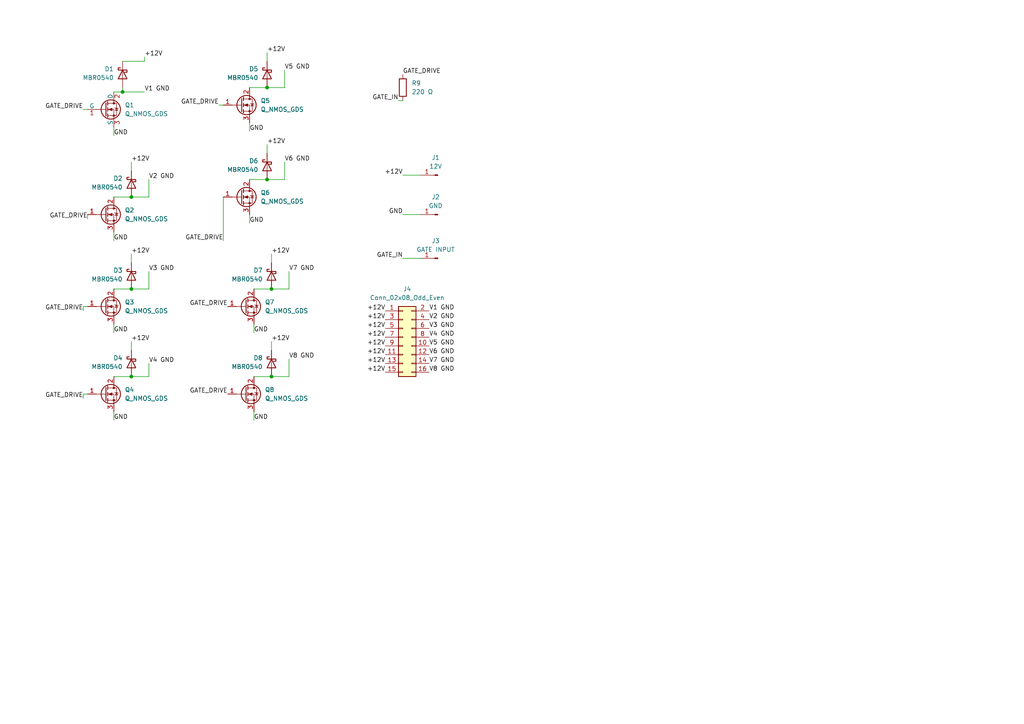
<source format=kicad_sch>
(kicad_sch (version 20250114) (generator "eeschema") (generator_version "9.0")
  (paper "A4")
  (lib_symbols
    (symbol "Connector:Conn_01x01_Pin" (pin_names (offset 1.016) (hide yes))
      (property "Reference" "J" (at 0 2.54 0))
      (property "Value" "Conn_01x01_Pin" (at 0 -2.54 0))
      (symbol "Conn_01x01_Pin_1_1"
        (rectangle (start 0.8636 0.127) (end 0 -0.127) (stroke (width 0.1524)) (fill (type outline)))
        (polyline (pts (xy 1.27 0) (xy 0.8636 0)) (stroke (width 0.1524)))
        (pin passive line (at 5.08 0 180) (length 3.81) (name "Pin_1") (number "1"))
      )
    )
    (symbol "Connector_Generic:Conn_02x08_Odd_Even" (pin_names (offset 1.016) (hide yes))
      (property "Reference" "J" (at 1.27 10.16 0))
      (property "Value" "Conn_02x08_Odd_Even" (at 1.27 -12.7 0))
      (symbol "Conn_02x08_Odd_Even_1_1"
        (rectangle (start -1.27 8.89) (end 3.81 -11.43) (stroke (width 0.254)) (fill (type background)))
        (rectangle (start -1.27 7.747) (end 0 7.493) (stroke (width 0.1524)))
        (rectangle (start -1.27 5.207) (end 0 4.953) (stroke (width 0.1524)))
        (rectangle (start -1.27 2.667) (end 0 2.413) (stroke (width 0.1524)))
        (rectangle (start -1.27 0.127) (end 0 -0.127) (stroke (width 0.1524)))
        (rectangle (start -1.27 -2.413) (end 0 -2.667) (stroke (width 0.1524)))
        (rectangle (start -1.27 -4.953) (end 0 -5.207) (stroke (width 0.1524)))
        (rectangle (start -1.27 -7.493) (end 0 -7.747) (stroke (width 0.1524)))
        (rectangle (start -1.27 -10.033) (end 0 -10.287) (stroke (width 0.1524)))
        (rectangle (start 3.81 7.747) (end 2.54 7.493) (stroke (width 0.1524)))
        (rectangle (start 3.81 5.207) (end 2.54 4.953) (stroke (width 0.1524)))
        (rectangle (start 3.81 2.667) (end 2.54 2.413) (stroke (width 0.1524)))
        (rectangle (start 3.81 0.127) (end 2.54 -0.127) (stroke (width 0.1524)))
        (rectangle (start 3.81 -2.413) (end 2.54 -2.667) (stroke (width 0.1524)))
        (rectangle (start 3.81 -4.953) (end 2.54 -5.207) (stroke (width 0.1524)))
        (rectangle (start 3.81 -7.493) (end 2.54 -7.747) (stroke (width 0.1524)))
        (rectangle (start 3.81 -10.033) (end 2.54 -10.287) (stroke (width 0.1524)))
        (pin passive line (at -5.08 7.62 0) (length 3.81) (name "Pin_1") (number "1"))
        (pin passive line (at -5.08 5.08 0) (length 3.81) (name "Pin_3") (number "3"))
        (pin passive line (at -5.08 2.54 0) (length 3.81) (name "Pin_5") (number "5"))
        (pin passive line (at -5.08 0 0) (length 3.81) (name "Pin_7") (number "7"))
        (pin passive line (at -5.08 -2.54 0) (length 3.81) (name "Pin_9") (number "9"))
        (pin passive line (at -5.08 -5.08 0) (length 3.81) (name "Pin_11") (number "11"))
        (pin passive line (at -5.08 -7.62 0) (length 3.81) (name "Pin_13") (number "13"))
        (pin passive line (at -5.08 -10.16 0) (length 3.81) (name "Pin_15") (number "15"))
        (pin passive line (at 7.62 7.62 180) (length 3.81) (name "Pin_2") (number "2"))
        (pin passive line (at 7.62 5.08 180) (length 3.81) (name "Pin_4") (number "4"))
        (pin passive line (at 7.62 2.54 180) (length 3.81) (name "Pin_6") (number "6"))
        (pin passive line (at 7.62 0 180) (length 3.81) (name "Pin_8") (number "8"))
        (pin passive line (at 7.62 -2.54 180) (length 3.81) (name "Pin_10") (number "10"))
        (pin passive line (at 7.62 -5.08 180) (length 3.81) (name "Pin_12") (number "12"))
        (pin passive line (at 7.62 -7.62 180) (length 3.81) (name "Pin_14") (number "14"))
        (pin passive line (at 7.62 -10.16 180) (length 3.81) (name "Pin_16") (number "16"))
      )
    )
    (symbol "Device:Q_NMOS_GDS" (pin_names (offset 0) (hide yes))
      (property "Reference" "Q" (at 5.08 1.27 0))
      (property "Value" "Q_NMOS_GDS" (at 5.08 -1.27 0))
      (symbol "Q_NMOS_GDS_0_1"
        (polyline (pts (xy 0.254 1.905) (xy 0.254 -1.905)) (stroke (width 0.254)))
        (polyline (pts (xy 0.254 0) (xy -2.54 0)))
        (polyline (pts (xy 0.762 2.286) (xy 0.762 1.27)) (stroke (width 0.254)))
        (polyline (pts (xy 0.762 0.508) (xy 0.762 -0.508)) (stroke (width 0.254)))
        (polyline (pts (xy 0.762 -1.27) (xy 0.762 -2.286)) (stroke (width 0.254)))
        (polyline (pts (xy 0.762 -1.778) (xy 3.302 -1.778) (xy 3.302 1.778) (xy 0.762 1.778)))
        (polyline (pts (xy 1.016 0) (xy 2.032 0.381) (xy 2.032 -0.381) (xy 1.016 0)) (fill (type outline)))
        (circle (center 1.651 0) (radius 2.794) (stroke (width 0.254)))
        (polyline (pts (xy 2.54 2.54) (xy 2.54 1.778)))
        (circle (center 2.54 1.778) (radius 0.254) (fill (type outline)))
        (circle (center 2.54 -1.778) (radius 0.254) (fill (type outline)))
        (polyline (pts (xy 2.54 -2.54) (xy 2.54 0) (xy 0.762 0)))
        (polyline (pts (xy 2.794 0.508) (xy 2.921 0.381) (xy 3.683 0.381) (xy 3.81 0.254)))
        (polyline (pts (xy 3.302 0.381) (xy 2.921 -0.254) (xy 3.683 -0.254) (xy 3.302 0.381)))
      )
      (symbol "Q_NMOS_GDS_1_1"
        (pin input line (at -5.08 0 0) (length 2.54) (name "G") (number "1"))
        (pin passive line (at 2.54 5.08 270) (length 2.54) (name "D") (number "2"))
        (pin passive line (at 2.54 -5.08 90) (length 2.54) (name "S") (number "3"))
      )
    )
    (symbol "Device:R" (pin_numbers (hide yes)) (pin_names (offset 0))
      (property "Reference" "R" (at 2.032 0 90))
      (property "Value" "R" (at 0 0 90))
      (symbol "R_0_1"
        (rectangle (start -1.016 -2.54) (end 1.016 2.54) (stroke (width 0.254)))
      )
      (symbol "R_1_1"
        (pin passive line (at 0 3.81 270) (length 1.27) (name "~") (number "1"))
        (pin passive line (at 0 -3.81 90) (length 1.27) (name "~") (number "2"))
      )
    )
    (symbol "Diode:MBR0540" (pin_numbers (hide yes)) (pin_names (offset 1.016) (hide yes))
      (property "Reference" "D" (at 0 2.54 0))
      (property "Value" "MBR0540" (at 0 -2.54 0))
      (symbol "MBR0540_0_1"
        (polyline (pts (xy -1.905 0.635) (xy -1.905 1.27) (xy -1.27 1.27) (xy -1.27 -1.27) (xy -0.635 -1.27) (xy -0.635 -0.635)) (stroke (width 0.254)))
        (polyline (pts (xy 1.27 1.27) (xy 1.27 -1.27) (xy -1.27 0) (xy 1.27 1.27)) (stroke (width 0.254)))
        (polyline (pts (xy 1.27 0) (xy -1.27 0)))
      )
      (symbol "MBR0540_1_1"
        (pin passive line (at -3.81 0 0) (length 2.54) (name "K") (number "1"))
        (pin passive line (at 3.81 0 180) (length 2.54) (name "A") (number "2"))
      )
    )
    (symbol "Q_NMOS_GDS_1" (pin_names (offset 0))
      (property "Reference" "Q" (at 5.08 1.27 0))
      (property "Value" "Q_NMOS_GDS" (at 5.08 -1.27 0))
      (symbol "Q_NMOS_GDS_1_0_1"
        (polyline (pts (xy 0.254 1.905) (xy 0.254 -1.905)) (stroke (width 0.254)))
        (polyline (pts (xy 0.254 0) (xy -2.54 0)))
        (polyline (pts (xy 0.762 2.286) (xy 0.762 1.27)) (stroke (width 0.254)))
        (polyline (pts (xy 0.762 0.508) (xy 0.762 -0.508)) (stroke (width 0.254)))
        (polyline (pts (xy 0.762 -1.27) (xy 0.762 -2.286)) (stroke (width 0.254)))
        (polyline (pts (xy 0.762 -1.778) (xy 3.302 -1.778) (xy 3.302 1.778) (xy 0.762 1.778)))
        (polyline (pts (xy 1.016 0) (xy 2.032 0.381) (xy 2.032 -0.381) (xy 1.016 0)) (fill (type outline)))
        (circle (center 1.651 0) (radius 2.794) (stroke (width 0.254)))
        (polyline (pts (xy 2.54 2.54) (xy 2.54 1.778)))
        (circle (center 2.54 1.778) (radius 0.254) (fill (type outline)))
        (circle (center 2.54 -1.778) (radius 0.254) (fill (type outline)))
        (polyline (pts (xy 2.54 -2.54) (xy 2.54 0) (xy 0.762 0)))
        (polyline (pts (xy 2.794 0.508) (xy 2.921 0.381) (xy 3.683 0.381) (xy 3.81 0.254)))
        (polyline (pts (xy 3.302 0.381) (xy 2.921 -0.254) (xy 3.683 -0.254) (xy 3.302 0.381)))
      )
      (symbol "Q_NMOS_GDS_1_1_1"
        (pin input line (at -5.08 0 0) (length 2.54) (name "G") (number "1"))
        (pin passive line (at 2.54 5.08 270) (length 2.54) (name "D") (number "2"))
        (pin passive line (at 2.54 -5.08 90) (length 2.54) (name "S") (number "3"))
      )
    )
  )
  (junction (at 78.74 109.22))
  (junction (at 38.1 57.15))
  (junction (at 35.56 26.67))
  (junction (at 38.1 83.82))
  (junction (at 77.47 52.07))
  (junction (at 38.1 109.22))
  (junction (at 77.47 25.4))
  (junction (at 78.74 83.82))
  (wire (pts (xy 43.18 109.22) (xy 43.18 105.41)))
  (wire (pts (xy 77.47 52.07) (xy 82.55 52.07)))
  (wire (pts (xy 82.55 52.07) (xy 82.55 46.99)))
  (wire (pts (xy 38.1 46.99) (xy 38.1 49.53)))
  (wire (pts (xy 38.1 109.22) (xy 43.18 109.22)))
  (wire (pts (xy 73.66 121.92) (xy 73.66 119.38)))
  (wire (pts (xy 25.4 62.23) (xy 25.4 63.5)))
  (wire (pts (xy 83.82 83.82) (xy 83.82 78.74)))
  (wire (pts (xy 63.5 30.48) (xy 64.77 30.48)))
  (wire (pts (xy 77.47 25.4) (xy 82.55 25.4)))
  (wire (pts (xy 33.02 93.98) (xy 33.02 96.52)))
  (wire (pts (xy 77.47 15.24) (xy 77.47 17.78)))
  (wire (pts (xy 64.77 57.15) (xy 64.77 69.85)))
  (wire (pts (xy 73.66 83.82) (xy 78.74 83.82)))
  (wire (pts (xy 72.39 35.56) (xy 72.39 38.1)))
  (wire (pts (xy 43.18 57.15) (xy 43.18 52.07)))
  (wire (pts (xy 78.74 109.22) (xy 83.82 109.22)))
  (wire (pts (xy 35.56 26.67) (xy 41.91 26.67)))
  (wire (pts (xy 78.74 83.82) (xy 83.82 83.82)))
  (wire (pts (xy 38.1 73.66) (xy 38.1 76.2)))
  (wire (pts (xy 116.84 74.93) (xy 121.92 74.93)))
  (wire (pts (xy 35.56 25.4) (xy 35.56 26.67)))
  (wire (pts (xy 33.02 109.22) (xy 38.1 109.22)))
  (wire (pts (xy 24.13 114.3) (xy 24.13 115.57)))
  (wire (pts (xy 72.39 52.07) (xy 77.47 52.07)))
  (wire (pts (xy 116.84 29.21) (xy 115.57 29.21)))
  (wire (pts (xy 116.84 50.8) (xy 121.92 50.8)))
  (wire (pts (xy 77.47 41.91) (xy 77.47 44.45)))
  (wire (pts (xy 82.55 25.4) (xy 82.55 20.32)))
  (wire (pts (xy 24.13 114.3) (xy 25.4 114.3)))
  (wire (pts (xy 33.02 36.83) (xy 33.02 39.37)))
  (wire (pts (xy 83.82 109.22) (xy 83.82 104.14)))
  (wire (pts (xy 38.1 57.15) (xy 43.18 57.15)))
  (wire (pts (xy 33.02 121.92) (xy 33.02 119.38)))
  (wire (pts (xy 33.02 26.67) (xy 35.56 26.67)))
  (wire (pts (xy 38.1 99.06) (xy 38.1 101.6)))
  (wire (pts (xy 73.66 109.22) (xy 78.74 109.22)))
  (wire (pts (xy 24.13 31.75) (xy 25.4 31.75)))
  (wire (pts (xy 78.74 99.06) (xy 78.74 101.6)))
  (wire (pts (xy 73.66 93.98) (xy 73.66 96.52)))
  (wire (pts (xy 38.1 83.82) (xy 43.18 83.82)))
  (wire (pts (xy 72.39 64.77) (xy 72.39 62.23)))
  (wire (pts (xy 116.84 62.23) (xy 121.92 62.23)))
  (wire (pts (xy 41.91 16.51) (xy 41.91 17.78)))
  (wire (pts (xy 24.13 88.9) (xy 25.4 88.9)))
  (wire (pts (xy 24.13 88.9) (xy 24.13 90.17)))
  (wire (pts (xy 33.02 69.85) (xy 33.02 67.31)))
  (wire (pts (xy 43.18 83.82) (xy 43.18 78.74)))
  (wire (pts (xy 35.56 17.78) (xy 41.91 17.78)))
  (wire (pts (xy 78.74 73.66) (xy 78.74 76.2)))
  (wire (pts (xy 33.02 83.82) (xy 38.1 83.82)))
  (wire (pts (xy 72.39 25.4) (xy 77.47 25.4)))
  (wire (pts (xy 33.02 57.15) (xy 38.1 57.15)))
  (label "GND" (at 72.39 38.1 0))
  (label "+12V" (at 111.76 90.17 180))
  (label "GND" (at 73.66 121.92 0))
  (label "GND" (at 33.02 39.37 0))
  (label "+12V" (at 77.47 15.24 0))
  (label "+12V" (at 111.76 95.25 180))
  (label "V6 GND" (at 82.55 46.99 0))
  (label "GATE_DRIVE" (at 24.13 115.57 180))
  (label "+12V" (at 116.84 50.8 180))
  (label "V6 GND" (at 124.46 102.87 0))
  (label "GATE_DRIVE" (at 24.13 90.17 180))
  (label "+12V" (at 78.74 73.66 0))
  (label "GATE_DRIVE" (at 25.4 63.5 180))
  (label "V1 GND" (at 41.91 26.67 0))
  (label "V5 GND" (at 124.46 100.33 0))
  (label "GND" (at 116.84 62.23 180))
  (label "V7 GND" (at 83.82 78.74 0))
  (label "+12V" (at 111.76 107.95 180))
  (label "GATE_IN" (at 115.57 29.21 180))
  (label "GND" (at 33.02 96.52 0))
  (label "GATE_IN" (at 116.84 74.93 180))
  (label "GND" (at 73.66 96.52 0))
  (label "GATE_DRIVE" (at 66.04 88.9 180))
  (label "GATE_DRIVE" (at 64.77 69.85 180))
  (label "V8 GND" (at 83.82 104.14 0))
  (label "GND" (at 33.02 69.85 0))
  (label "+12V" (at 41.91 16.51 0))
  (label "GATE_DRIVE" (at 63.5 30.48 180))
  (label "GND" (at 33.02 121.92 0))
  (label "+12V" (at 111.76 105.41 180))
  (label "V4 GND" (at 43.18 105.41 0))
  (label "+12V" (at 111.76 92.71 180))
  (label "GATE_DRIVE" (at 24.13 31.75 180))
  (label "+12V" (at 38.1 99.06 0))
  (label "V3 GND" (at 43.18 78.74 0))
  (label "V1 GND" (at 124.46 90.17 0))
  (label "V5 GND" (at 82.55 20.32 0))
  (label "+12V" (at 78.74 99.06 0))
  (label "V4 GND" (at 124.46 97.79 0))
  (label "GATE_DRIVE" (at 116.84 21.59 0))
  (label "+12V" (at 38.1 73.66 0))
  (label "+12V" (at 38.1 46.99 0))
  (label "GATE_DRIVE" (at 66.04 114.3 180))
  (label "GND" (at 72.39 64.77 0))
  (label "+12V" (at 77.47 41.91 0))
  (label "V2 GND" (at 124.46 92.71 0))
  (label "+12V" (at 111.76 100.33 180))
  (label "+12V" (at 111.76 97.79 180))
  (label "V2 GND" (at 43.18 52.07 0))
  (label "+12V" (at 111.76 102.87 180))
  (label "V7 GND" (at 124.46 105.41 0))
  (label "V3 GND" (at 124.46 95.25 0))
  (label "V8 GND" (at 124.46 107.95 0))
  (symbol (lib_id "Device:Q_NMOS_GDS") (at 69.85 30.48 0) (unit 1)
    (property "Reference" "Q5" (at 75.565 29.21 0) (effects (justify left)))
    (property "Value" "Q_NMOS_GDS" (at 75.565 31.75 0) (effects (justify left)))
    (property "Footprint" "Package_TO_SOT_THT:TO-220-3_Vertical" (effects (hide yes)))
  )
  (symbol (lib_id "Diode:MBR0540") (at 77.47 48.26 90) (mirror x) (unit 1)
    (property "Reference" "D6" (at 74.93 46.6725 90) (effects (justify left)))
    (property "Value" "MBR0540" (at 74.93 49.2125 90) (effects (justify left)))
    (property "Footprint" "Diode_THT:D_DO-15_P15.24mm_Horizontal" (effects (hide yes)))
    (property "Datasheet" "http://www.mccsemi.com/up_pdf/MBR0520~MBR0580(SOD123).pdf" (effects (hide yes)))
  )
  (symbol (lib_id "Connector_Generic:Conn_02x08_Odd_Even") (at 116.84 97.79 0) (unit 1)
    (property "Reference" "J4" (at 118.11 83.82 0))
    (property "Value" "Conn_02x08_Odd_Even" (at 118.11 86.36 0))
    (property "Footprint" "Connector_PinHeader_2.54mm:PinHeader_2x08_P2.54mm_Vertical" (effects (hide yes)))
    (property "Description" "Generic connector, double row, 02x08, odd/even pin numbering scheme (row 1 odd numbers, row 2 even numbers), script generated (kicad-library-utils/schlib/autogen/connector/)" (effects (hide yes)))
  )
  (symbol (lib_id "Diode:MBR0540") (at 38.1 53.34 90) (mirror x) (unit 1)
    (property "Reference" "D2" (at 35.56 51.7525 90) (effects (justify left)))
    (property "Value" "MBR0540" (at 35.56 54.2925 90) (effects (justify left)))
    (property "Footprint" "Diode_THT:D_DO-15_P15.24mm_Horizontal" (effects (hide yes)))
    (property "Datasheet" "http://www.mccsemi.com/up_pdf/MBR0520~MBR0580(SOD123).pdf" (effects (hide yes)))
  )
  (symbol (lib_id "Device:Q_NMOS_GDS") (at 71.12 114.3 0) (unit 1)
    (property "Reference" "Q8" (at 76.835 113.03 0) (effects (justify left)))
    (property "Value" "Q_NMOS_GDS" (at 76.835 115.57 0) (effects (justify left)))
    (property "Footprint" "Package_TO_SOT_THT:TO-220-3_Vertical" (effects (hide yes)))
  )
  (symbol (lib_id "Connector:Conn_01x01_Pin") (at 127 50.8 180) (unit 1)
    (property "Reference" "J1" (at 126.365 45.72 0))
    (property "Value" "12V" (at 126.365 48.26 0))
    (property "Footprint" "Connector_PinHeader_2.54mm:PinHeader_1x01_P2.54mm_Vertical" (effects (hide yes)))
    (property "Description" "Generic connector, single row, 01x01, script generated" (effects (hide yes)))
  )
  (symbol (lib_id "Device:Q_NMOS_GDS") (at 30.48 62.23 0) (unit 1)
    (property "Reference" "Q2" (at 36.195 60.96 0) (effects (justify left)))
    (property "Value" "Q_NMOS_GDS" (at 36.195 63.5 0) (effects (justify left)))
    (property "Footprint" "Package_TO_SOT_THT:TO-220-3_Vertical" (effects (hide yes)))
  )
  (symbol (lib_id "Device:Q_NMOS_GDS") (at 30.48 88.9 0) (unit 1)
    (property "Reference" "Q3" (at 36.195 87.63 0) (effects (justify left)))
    (property "Value" "Q_NMOS_GDS" (at 36.195 90.17 0) (effects (justify left)))
    (property "Footprint" "Package_TO_SOT_THT:TO-220-3_Vertical" (effects (hide yes)))
  )
  (symbol (lib_id "Device:Q_NMOS_GDS") (at 71.12 88.9 0) (unit 1)
    (property "Reference" "Q7" (at 76.835 87.63 0) (effects (justify left)))
    (property "Value" "Q_NMOS_GDS" (at 76.835 90.17 0) (effects (justify left)))
    (property "Footprint" "Package_TO_SOT_THT:TO-220-3_Vertical" (effects (hide yes)))
  )
  (symbol (lib_id "Diode:MBR0540") (at 77.47 21.59 90) (mirror x) (unit 1)
    (property "Reference" "D5" (at 74.93 20.0025 90) (effects (justify left)))
    (property "Value" "MBR0540" (at 74.93 22.5425 90) (effects (justify left)))
    (property "Footprint" "Diode_THT:D_DO-15_P15.24mm_Horizontal" (effects (hide yes)))
    (property "Datasheet" "http://www.mccsemi.com/up_pdf/MBR0520~MBR0580(SOD123).pdf" (effects (hide yes)))
  )
  (symbol (lib_id "Diode:MBR0540") (at 78.74 80.01 90) (mirror x) (unit 1)
    (property "Reference" "D7" (at 76.2 78.4225 90) (effects (justify left)))
    (property "Value" "MBR0540" (at 76.2 80.9625 90) (effects (justify left)))
    (property "Footprint" "Diode_THT:D_DO-15_P15.24mm_Horizontal" (effects (hide yes)))
    (property "Datasheet" "http://www.mccsemi.com/up_pdf/MBR0520~MBR0580(SOD123).pdf" (effects (hide yes)))
  )
  (symbol (lib_name "Q_NMOS_GDS_1") (lib_id "Device:Q_NMOS_GDS") (at 30.48 31.75 0) (unit 1)
    (property "Reference" "Q1" (at 36.195 30.48 0) (effects (justify left)))
    (property "Value" "Q_NMOS_GDS" (at 36.195 33.02 0) (effects (justify left)))
    (property "Footprint" "Package_TO_SOT_THT:TO-220-3_Vertical" (effects (hide yes)))
  )
  (symbol (lib_id "Diode:MBR0540") (at 35.56 21.59 90) (mirror x) (unit 1)
    (property "Reference" "D1" (at 33.02 20.0025 90) (effects (justify left)))
    (property "Value" "MBR0540" (at 33.02 22.5425 90) (effects (justify left)))
    (property "Footprint" "Diode_THT:D_DO-15_P15.24mm_Horizontal" (effects (hide yes)))
    (property "Datasheet" "http://www.mccsemi.com/up_pdf/MBR0520~MBR0580(SOD123).pdf" (effects (hide yes)))
  )
  (symbol (lib_id "Device:R") (at 116.84 25.4 180) (unit 1)
    (property "Reference" "R9" (at 119.38 24.13 0) (effects (justify right)))
    (property "Value" "220 Ω" (at 119.38 26.67 0) (effects (justify right)))
    (property "Footprint" "Resistor_THT:R_Axial_DIN0309_L9.0mm_D3.2mm_P15.24mm_Horizontal" (effects (hide yes)))
  )
  (symbol (lib_id "Connector:Conn_01x01_Pin") (at 127 62.23 180) (unit 1)
    (property "Reference" "J2" (at 126.365 57.15 0))
    (property "Value" "GND" (at 126.365 59.69 0))
    (property "Footprint" "Connector_PinHeader_2.54mm:PinHeader_1x01_P2.54mm_Vertical" (effects (hide yes)))
    (property "Description" "Generic connector, single row, 01x01, script generated" (effects (hide yes)))
  )
  (symbol (lib_id "Device:Q_NMOS_GDS") (at 30.48 114.3 0) (unit 1)
    (property "Reference" "Q4" (at 36.195 113.03 0) (effects (justify left)))
    (property "Value" "Q_NMOS_GDS" (at 36.195 115.57 0) (effects (justify left)))
    (property "Footprint" "Package_TO_SOT_THT:TO-220-3_Vertical" (effects (hide yes)))
  )
  (symbol (lib_id "Diode:MBR0540") (at 38.1 80.01 90) (mirror x) (unit 1)
    (property "Reference" "D3" (at 35.56 78.4225 90) (effects (justify left)))
    (property "Value" "MBR0540" (at 35.56 80.9625 90) (effects (justify left)))
    (property "Footprint" "Diode_THT:D_DO-15_P15.24mm_Horizontal" (effects (hide yes)))
    (property "Datasheet" "http://www.mccsemi.com/up_pdf/MBR0520~MBR0580(SOD123).pdf" (effects (hide yes)))
  )
  (symbol (lib_id "Connector:Conn_01x01_Pin") (at 127 74.93 180) (unit 1)
    (property "Reference" "J3" (at 126.365 69.85 0))
    (property "Value" "GATE INPUT" (at 126.365 72.39 0))
    (property "Footprint" "Connector_PinHeader_2.54mm:PinHeader_1x01_P2.54mm_Vertical" (effects (hide yes)))
    (property "Description" "Generic connector, single row, 01x01, script generated" (effects (hide yes)))
  )
  (symbol (lib_id "Diode:MBR0540") (at 78.74 105.41 90) (mirror x) (unit 1)
    (property "Reference" "D8" (at 76.2 103.8225 90) (effects (justify left)))
    (property "Value" "MBR0540" (at 76.2 106.3625 90) (effects (justify left)))
    (property "Footprint" "Diode_THT:D_DO-15_P15.24mm_Horizontal" (effects (hide yes)))
    (property "Datasheet" "http://www.mccsemi.com/up_pdf/MBR0520~MBR0580(SOD123).pdf" (effects (hide yes)))
  )
  (symbol (lib_id "Diode:MBR0540") (at 38.1 105.41 90) (mirror x) (unit 1)
    (property "Reference" "D4" (at 35.56 103.8225 90) (effects (justify left)))
    (property "Value" "MBR0540" (at 35.56 106.3625 90) (effects (justify left)))
    (property "Footprint" "Diode_THT:D_DO-15_P15.24mm_Horizontal" (effects (hide yes)))
    (property "Datasheet" "http://www.mccsemi.com/up_pdf/MBR0520~MBR0580(SOD123).pdf" (effects (hide yes)))
  )
  (symbol (lib_id "Device:Q_NMOS_GDS") (at 69.85 57.15 0) (unit 1)
    (property "Reference" "Q6" (at 75.565 55.88 0) (effects (justify left)))
    (property "Value" "Q_NMOS_GDS" (at 75.565 58.42 0) (effects (justify left)))
    (property "Footprint" "Package_TO_SOT_THT:TO-220-3_Vertical" (effects (hide yes)))
  )
)
</source>
